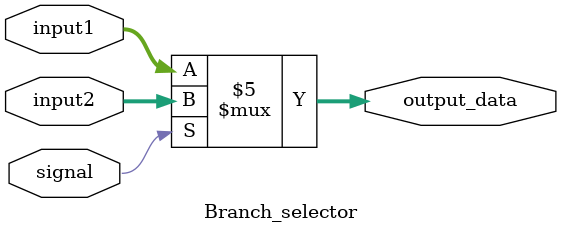
<source format=v>
`timescale 1ns / 1ps


module Branch_selector(
    input[31:0] input1,
    input[31:0] input2,
    input signal,
    output reg[31:0] output_data
    );
    initial begin
        output_data = 0;
    end
    
    always @(input1 or input2 or signal) begin
        if(signal == 0) begin
            output_data = input1;
            $display("normal");
        end
        else begin
            output_data = input2;
            $display("branch");
        end
    end
endmodule

</source>
